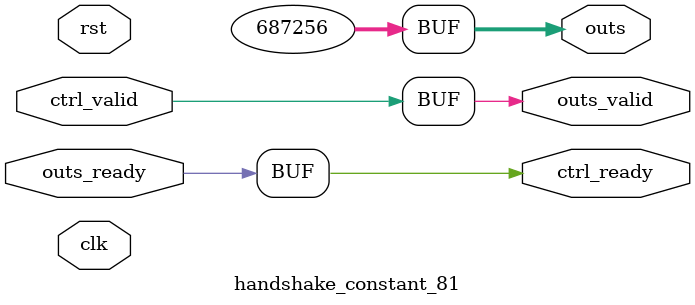
<source format=v>
`timescale 1ns / 1ps
module handshake_constant_81 #(
  parameter DATA_WIDTH = 32  // Default set to 32 bits
) (
  input                       clk,
  input                       rst,
  // Input Channel
  input                       ctrl_valid,
  output                      ctrl_ready,
  // Output Channel
  output [DATA_WIDTH - 1 : 0] outs,
  output                      outs_valid,
  input                       outs_ready
);
  assign outs       = 21'b010100111110010011000;
  assign outs_valid = ctrl_valid;
  assign ctrl_ready = outs_ready;

endmodule

</source>
